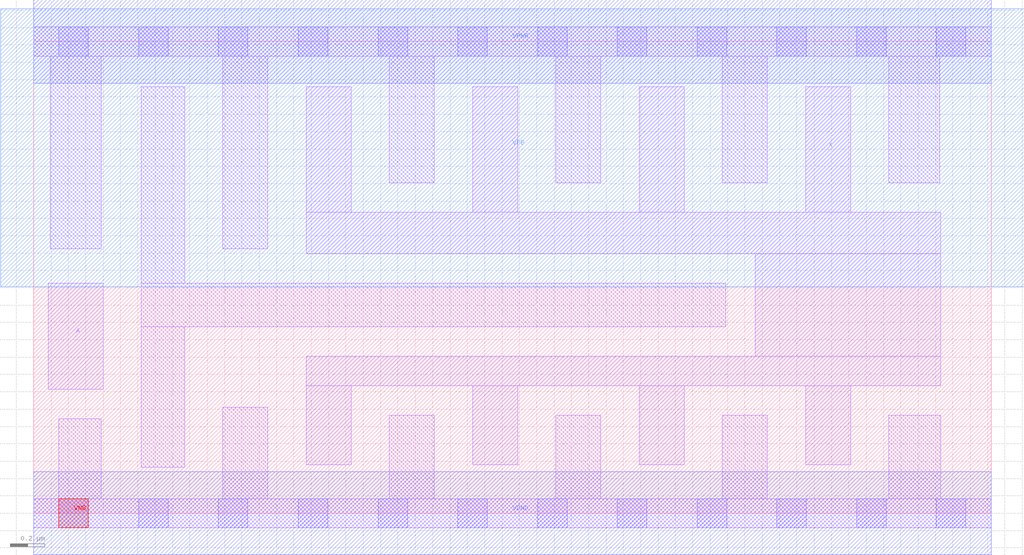
<source format=lef>
# Copyright 2020 The SkyWater PDK Authors
#
# Licensed under the Apache License, Version 2.0 (the "License");
# you may not use this file except in compliance with the License.
# You may obtain a copy of the License at
#
#     https://www.apache.org/licenses/LICENSE-2.0
#
# Unless required by applicable law or agreed to in writing, software
# distributed under the License is distributed on an "AS IS" BASIS,
# WITHOUT WARRANTIES OR CONDITIONS OF ANY KIND, either express or implied.
# See the License for the specific language governing permissions and
# limitations under the License.
#
# SPDX-License-Identifier: Apache-2.0

VERSION 5.7 ;
  NOWIREEXTENSIONATPIN ON ;
  DIVIDERCHAR "/" ;
  BUSBITCHARS "[]" ;
PROPERTYDEFINITIONS
  MACRO maskLayoutSubType STRING ;
  MACRO prCellType STRING ;
  MACRO originalViewName STRING ;
END PROPERTYDEFINITIONS
MACRO sky130_fd_sc_hdll__clkbuf_8
  CLASS CORE ;
  FOREIGN sky130_fd_sc_hdll__clkbuf_8 ;
  ORIGIN  0.000000  0.000000 ;
  SIZE  5.520000 BY  2.720000 ;
  SYMMETRY X Y R90 ;
  SITE unithd ;
  PIN A
    ANTENNAGATEAREA  0.486000 ;
    DIRECTION INPUT ;
    USE SIGNAL ;
    PORT
      LAYER li1 ;
        RECT 0.085000 0.715000 0.400000 1.325000 ;
    END
  END A
  PIN VGND
    ANTENNADIFFAREA  0.779100 ;
    DIRECTION INOUT ;
    USE SIGNAL ;
    PORT
      LAYER met1 ;
        RECT 0.000000 -0.240000 5.520000 0.240000 ;
    END
  END VGND
  PIN VPWR
    ANTENNADIFFAREA  1.750000 ;
    DIRECTION INOUT ;
    USE SIGNAL ;
    PORT
      LAYER met1 ;
        RECT 0.000000 2.480000 5.520000 2.960000 ;
    END
  END VPWR
  PIN X
    ANTENNADIFFAREA  1.775400 ;
    DIRECTION OUTPUT ;
    USE SIGNAL ;
    PORT
      LAYER li1 ;
        RECT 1.570000 0.280000 1.830000 0.735000 ;
        RECT 1.570000 0.735000 5.230000 0.905000 ;
        RECT 1.570000 1.495000 5.230000 1.735000 ;
        RECT 1.570000 1.735000 1.830000 2.460000 ;
        RECT 2.530000 0.280000 2.790000 0.735000 ;
        RECT 2.530000 1.735000 2.790000 2.460000 ;
        RECT 3.490000 0.280000 3.750000 0.735000 ;
        RECT 3.490000 1.735000 3.750000 2.460000 ;
        RECT 4.160000 0.905000 5.230000 1.495000 ;
        RECT 4.450000 0.280000 4.710000 0.735000 ;
        RECT 4.450000 1.735000 4.710000 2.460000 ;
    END
  END X
  PIN VNB
    DIRECTION INOUT ;
    USE GROUND ;
    PORT
      LAYER pwell ;
        RECT 0.145000 -0.085000 0.315000 0.085000 ;
    END
  END VNB
  PIN VPB
    DIRECTION INOUT ;
    USE POWER ;
    PORT
      LAYER nwell ;
        RECT -0.190000 1.305000 5.710000 2.910000 ;
    END
  END VPB
  OBS
    LAYER li1 ;
      RECT 0.000000 -0.085000 5.520000 0.085000 ;
      RECT 0.000000  2.635000 5.520000 2.805000 ;
      RECT 0.095000  1.525000 0.390000 2.635000 ;
      RECT 0.145000  0.085000 0.390000 0.545000 ;
      RECT 0.620000  0.265000 0.870000 1.075000 ;
      RECT 0.620000  1.075000 3.990000 1.325000 ;
      RECT 0.620000  1.325000 0.870000 2.460000 ;
      RECT 1.090000  0.085000 1.350000 0.610000 ;
      RECT 1.090000  1.525000 1.350000 2.635000 ;
      RECT 2.050000  0.085000 2.310000 0.565000 ;
      RECT 2.050000  1.905000 2.310000 2.635000 ;
      RECT 3.010000  0.085000 3.270000 0.565000 ;
      RECT 3.010000  1.905000 3.270000 2.635000 ;
      RECT 3.970000  0.085000 4.230000 0.565000 ;
      RECT 3.970000  1.905000 4.230000 2.635000 ;
      RECT 4.930000  0.085000 5.230000 0.565000 ;
      RECT 4.930000  1.905000 5.225000 2.635000 ;
    LAYER mcon ;
      RECT 0.145000 -0.085000 0.315000 0.085000 ;
      RECT 0.145000  2.635000 0.315000 2.805000 ;
      RECT 0.605000 -0.085000 0.775000 0.085000 ;
      RECT 0.605000  2.635000 0.775000 2.805000 ;
      RECT 1.065000 -0.085000 1.235000 0.085000 ;
      RECT 1.065000  2.635000 1.235000 2.805000 ;
      RECT 1.525000 -0.085000 1.695000 0.085000 ;
      RECT 1.525000  2.635000 1.695000 2.805000 ;
      RECT 1.985000 -0.085000 2.155000 0.085000 ;
      RECT 1.985000  2.635000 2.155000 2.805000 ;
      RECT 2.445000 -0.085000 2.615000 0.085000 ;
      RECT 2.445000  2.635000 2.615000 2.805000 ;
      RECT 2.905000 -0.085000 3.075000 0.085000 ;
      RECT 2.905000  2.635000 3.075000 2.805000 ;
      RECT 3.365000 -0.085000 3.535000 0.085000 ;
      RECT 3.365000  2.635000 3.535000 2.805000 ;
      RECT 3.825000 -0.085000 3.995000 0.085000 ;
      RECT 3.825000  2.635000 3.995000 2.805000 ;
      RECT 4.285000 -0.085000 4.455000 0.085000 ;
      RECT 4.285000  2.635000 4.455000 2.805000 ;
      RECT 4.745000 -0.085000 4.915000 0.085000 ;
      RECT 4.745000  2.635000 4.915000 2.805000 ;
      RECT 5.205000 -0.085000 5.375000 0.085000 ;
      RECT 5.205000  2.635000 5.375000 2.805000 ;
  END
  PROPERTY maskLayoutSubType "abstract" ;
  PROPERTY prCellType "standard" ;
  PROPERTY originalViewName "layout" ;
END sky130_fd_sc_hdll__clkbuf_8
END LIBRARY

</source>
